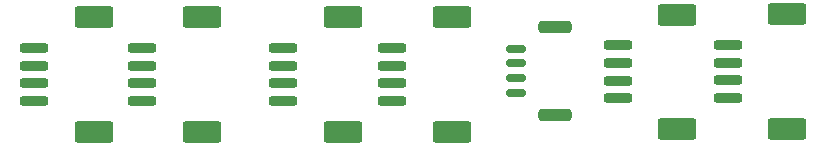
<source format=gbr>
%TF.GenerationSoftware,KiCad,Pcbnew,7.0.8*%
%TF.CreationDate,2024-02-04T14:44:40+01:00*%
%TF.ProjectId,HatV2,48617456-322e-46b6-9963-61645f706362,V2*%
%TF.SameCoordinates,PX5faea10PY6c663e8*%
%TF.FileFunction,Paste,Bot*%
%TF.FilePolarity,Positive*%
%FSLAX46Y46*%
G04 Gerber Fmt 4.6, Leading zero omitted, Abs format (unit mm)*
G04 Created by KiCad (PCBNEW 7.0.8) date 2024-02-04 14:44:40*
%MOMM*%
%LPD*%
G01*
G04 APERTURE LIST*
G04 Aperture macros list*
%AMRoundRect*
0 Rectangle with rounded corners*
0 $1 Rounding radius*
0 $2 $3 $4 $5 $6 $7 $8 $9 X,Y pos of 4 corners*
0 Add a 4 corners polygon primitive as box body*
4,1,4,$2,$3,$4,$5,$6,$7,$8,$9,$2,$3,0*
0 Add four circle primitives for the rounded corners*
1,1,$1+$1,$2,$3*
1,1,$1+$1,$4,$5*
1,1,$1+$1,$6,$7*
1,1,$1+$1,$8,$9*
0 Add four rect primitives between the rounded corners*
20,1,$1+$1,$2,$3,$4,$5,0*
20,1,$1+$1,$4,$5,$6,$7,0*
20,1,$1+$1,$6,$7,$8,$9,0*
20,1,$1+$1,$8,$9,$2,$3,0*%
G04 Aperture macros list end*
%ADD10RoundRect,0.200000X1.000000X-0.200000X1.000000X0.200000X-1.000000X0.200000X-1.000000X-0.200000X0*%
%ADD11RoundRect,0.250000X1.400000X-0.650000X1.400000X0.650000X-1.400000X0.650000X-1.400000X-0.650000X0*%
%ADD12RoundRect,0.150000X0.700000X-0.150000X0.700000X0.150000X-0.700000X0.150000X-0.700000X-0.150000X0*%
%ADD13RoundRect,0.250000X1.150000X-0.250000X1.150000X0.250000X-1.150000X0.250000X-1.150000X-0.250000X0*%
G04 APERTURE END LIST*
D10*
%TO.C,J4*%
X41290063Y4731884D03*
X41290063Y6231884D03*
X41290063Y7731884D03*
X41290063Y9231884D03*
D11*
X46340063Y2131884D03*
X46340063Y11831884D03*
%TD*%
D12*
%TO.C,J7*%
X51720144Y5428976D03*
X51720144Y6678976D03*
X51720144Y7928976D03*
X51720144Y9178976D03*
D13*
X55070144Y3578976D03*
X55070144Y11028976D03*
%TD*%
D10*
%TO.C,J9*%
X69670423Y4992728D03*
X69670423Y6492728D03*
X69670423Y7992728D03*
X69670423Y9492728D03*
D11*
X74720423Y2392728D03*
X74720423Y12092728D03*
%TD*%
D10*
%TO.C,J8*%
X60355000Y4965000D03*
X60355000Y6465000D03*
X60355000Y7965000D03*
X60355000Y9465000D03*
D11*
X65405000Y2365000D03*
X65405000Y12065000D03*
%TD*%
D10*
%TO.C,J2*%
X20110000Y4735000D03*
X20110000Y6235000D03*
X20110000Y7735000D03*
X20110000Y9235000D03*
D11*
X25160000Y2135000D03*
X25160000Y11835000D03*
%TD*%
D10*
%TO.C,J3*%
X32012765Y4746320D03*
X32012765Y6246320D03*
X32012765Y7746320D03*
X32012765Y9246320D03*
D11*
X37062765Y2146320D03*
X37062765Y11846320D03*
%TD*%
D10*
%TO.C,J1*%
X10929758Y4735000D03*
X10929758Y6235000D03*
X10929758Y7735000D03*
X10929758Y9235000D03*
D11*
X15979758Y2135000D03*
X15979758Y11835000D03*
%TD*%
M02*

</source>
